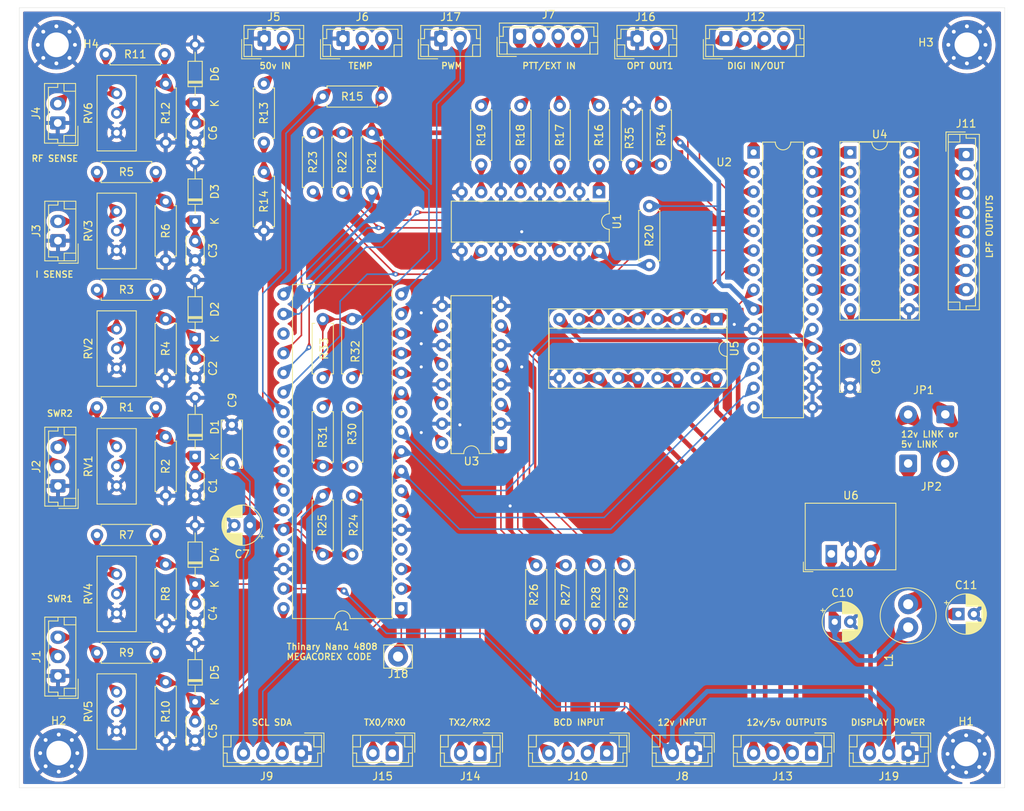
<source format=kicad_pcb>
(kicad_pcb (version 20240108) (generator "pcbnew") (generator_version "8.0")
  (layers (0 "F.Cu" signal "Front") (1 "In1.Cu" signal) (2 "In2.Cu" signal) (31 "B.Cu" signal "Back") (34 "B.Paste" user) (35 "F.Paste" user) (36 "B.SilkS" user "B.Silkscreen") (37 "F.SilkS" user "F.Silkscreen") (38 "B.Mask" user) (39 "F.Mask" user) (44 "Edge.Cuts" user))
  (net 0 "")
  (net 1 "Net-(A1-RXD0)")
  (net 2 "Net-(A1-UDPI)")
  (net 3 "/A11")
  (net 4 "+5V")
  (net 5 "/A24")
  (net 6 "/A5")
  (net 7 "/SDA")
  (net 9 "/D15")
  (net 10 "/A6")
  (net 11 "/A26")
  (net 12 "/A7")
  (net 13 "Net-(A1-TXD0)")
  (net 15 "/D23")
  (net 16 "/D12")
  (net 17 "/D9")
  (net 18 "/A2")
  (net 19 "VCC")
  (net 20 "/D10")
  (net 21 "/A4")
  (net 22 "/D8")
  (net 23 "/D13")
  (net 24 "Net-(A1-TXD2)")
  (net 25 "/D11")
  (net 26 "GND")
  (net 28 "/D14")
  (net 29 "/SCL")
  (net 30 "/D6")
  (net 31 "Net-(A1-RXD2)")
  (net 32 "/PWM")
  (net 33 "/D7")
  (net 34 "VD")
  (net 35 "/REV1")
  (net 36 "/FWD1")
  (net 37 "/FWD2")
  (net 38 "/REV2")
  (net 39 "/currrent")
  (net 40 "/RF_LEVEL")
  (net 41 "/50V_IN")
  (net 42 "Net-(J7-Pin_1)")
  (net 43 "Net-(J7-Pin_3)")
  (net 44 "Net-(J7-Pin_2)")
  (net 45 "Net-(J7-Pin_4)")
  (net 46 "Net-(J10-Pin_2)")
  (net 47 "Net-(J10-Pin_4)")
  (net 48 "Net-(J10-Pin_1)")
  (net 49 "Net-(J10-Pin_3)")
  (net 50 "Net-(J11-Pin_4)")
  (net 51 "Net-(J11-Pin_2)")
  (net 52 "Net-(J11-Pin_6)")
  (net 53 "Net-(J11-Pin_5)")
  (net 54 "Net-(J11-Pin_7)")
  (net 55 "Net-(J11-Pin_1)")
  (net 56 "Net-(J11-Pin_3)")
  (net 57 "Net-(J11-Pin_8)")
  (net 58 "Net-(J12-Pin_1)")
  (net 59 "Net-(J12-Pin_3)")
  (net 60 "Net-(J12-Pin_4)")
  (net 61 "Net-(J12-Pin_2)")
  (net 62 "Net-(J13-Pin_2)")
  (net 63 "Net-(J13-Pin_4)")
  (net 64 "Net-(J13-Pin_3)")
  (net 65 "Net-(J13-Pin_1)")
  (net 66 "Net-(J16-Pin_2)")
  (net 67 "+5F")
  (net 68 "VPP")
  (net 69 "Net-(R16-Pad2)")
  (net 70 "Net-(R17-Pad2)")
  (net 71 "Net-(R18-Pad2)")
  (net 72 "Net-(R19-Pad2)")
  (net 73 "Net-(R26-Pad2)")
  (net 74 "Net-(R27-Pad2)")
  (net 75 "Net-(R28-Pad2)")
  (net 76 "Net-(R29-Pad2)")
  (net 77 "Net-(U2-GPA5)")
  (net 78 "Net-(U2-GPB7)")
  (net 79 "Net-(U2-GPB5)")
  (net 80 "Net-(U2-GPA6)")
  (net 82 "Net-(U2-GPA3)")
  (net 84 "Net-(U2-GPA0)")
  (net 86 "Net-(U2-GPA2)")
  (net 87 "Net-(U2-GPA7)")
  (net 88 "Net-(U2-GPB6)")
  (net 89 "Net-(U2-GPA4)")
  (net 90 "Net-(U2-GPB4)")
  (net 91 "Net-(U2-GPA1)")
  (footprint "Package_DIP:DIP-18_W7.62mm_Socket" (layer "F.Cu") (at 162.7 83.82 -90)
    (property "Reference" "U5")
    (property "Value" "MIC2981/82YN")
  )
  (footprint "Potentiometer_THT:Potentiometer_Bourns_3296W_Vertical" (layer "F.Cu") (at 85.09 54.61 90)
    (property "Reference" "RV6")
    (property "Value" "R_Potentiometer")
  )
  (footprint "Diode_THT:D_DO-34_SOD68_P7.62mm_Horizontal" (layer "F.Cu") (at 95.25 55.885 90)
    (property "Reference" "D6")
    (property "Value" "D_Zener")
  )
  (footprint "Resistor_THT:R_Axial_DIN0207_L6.3mm_D2.5mm_P7.62mm_Horizontal" (layer "F.Cu") (at 147.5 56.19 -90)
    (property "Reference" "R16")
    (property "Value" "R")
  )
  (footprint "Connector_JST:JST_EH_B3B-EH-A_1x03_P2.50mm_Vertical" (layer "F.Cu") (at 114.38 47.5)
    (property "Reference" "J6")
    (property "Value" "Temp")
  )
  (footprint "Capacitor_THT:C_Disc_D3.4mm_W2.1mm_P2.50mm" (layer "F.Cu") (at 95.25 58.46 -90)
    (property "Reference" "C6")
    (property "Value" "1nf")
  )
  (footprint "Capacitor_THT:CP_Radial_D5.0mm_P2.00mm" (layer "F.Cu") (at 194 122)
    (property "Reference" "C11")
    (property "Value" "10uf")
  )
  (footprint "Resistor_THT:R_Axial_DIN0207_L6.3mm_D2.5mm_P7.62mm_Horizontal" (layer "F.Cu") (at 82.55 64.77)
    (property "Reference" "R5")
    (property "Value" "R")
  )
  (footprint "Capacitor_THT:C_Disc_D6.0mm_W2.5mm_P5.00mm" (layer "F.Cu") (at 100 102.5 90)
    (property "Reference" "C9")
    (property "Value" "100nf")
  )
  (footprint "Diode_THT:D_DO-34_SOD68_P7.62mm_Horizontal" (layer "F.Cu") (at 95.25 86.36 90)
    (property "Reference" "D2")
    (property "Value" "D_Zener")
  )
  (footprint "Connector_JST:JST_EH_B2B-EH-A_1x02_P2.50mm_Vertical" (layer "F.Cu") (at 77.47 58.42 90)
    (property "Reference" "J4")
    (property "Value" "RF In Level")
  )
  (footprint "Connector_JST:JST_EH_B2B-EH-A_1x02_P2.50mm_Vertical" (layer "F.Cu") (at 132.1 140 180)
    (property "Reference" "J14")
    (property "Value" "TX2/RX2")
  )
  (footprint "Resistor_THT:R_Axial_DIN0207_L6.3mm_D2.5mm_P7.62mm_Horizontal" (layer "F.Cu") (at 91.44 115.57 -90)
    (property "Reference" "R8")
    (property "Value" "R")
  )
  (footprint "Connector_JST:JST_EH_B3B-EH-A_1x03_P2.50mm_Vertical" (layer "F.Cu") (at 77.5 105.41 90)
    (property "Reference" "J2")
    (property "Value" "SWR2")
  )
  (footprint "Capacitor_THT:C_Disc_D3.4mm_W2.1mm_P2.50mm" (layer "F.Cu") (at 95.25 73.7 -90)
    (property "Reference" "C3")
    (property "Value" "1nf")
  )
  (footprint "Connector_JST:JST_EH_B2B-EH-A_1x02_P2.50mm_Vertical" (layer "F.Cu") (at 127.04 47.5)
    (property "Reference" "J17")
    (property "Value" "Conn_01x02_Pin")
  )
  (footprint "MountingHole:MountingHole_3.2mm_M3_Pad_Via" (layer "F.Cu") (at 195 140.1)
    (property "Reference" "H1")
    (property "Value" "MountingHole_Pad")
  )
  (footprint "Diode_THT:D_DO-34_SOD68_P7.62mm_Horizontal" (layer "F.Cu") (at 95.25 101.605 90)
    (property "Reference" "D1")
    (property "Value" "D_Zener")
  )
  (footprint "Connector_JST:JST_EH_B4B-EH-A_1x04_P2.50mm_Vertical" (layer "F.Cu") (at 137.22 47.2)
    (property "Reference" "J7")
    (property "Value" "Ext. In")
  )
  (footprint "Converter_DCDC:Converter_DCDC_RECOM_R-78E-0.5_THT" (layer "F.Cu") (at 177.553 114.2075)
    (property "Reference" "U6")
    (property "Value" "R-78E5.0-1.0")
  )
  (footprint "Resistor_THT:R_Axial_DIN0207_L6.3mm_D2.5mm_P7.62mm_Horizontal" (layer "F.Cu") (at 115.57 95.25 -90)
    (property "Reference" "R30")
    (property "Value" "R")
  )
  (footprint "Package_DIP:DIP-18_W7.62mm_Socket" (layer "F.Cu") (at 180 62.23)
    (property "Reference" "U4")
    (property "Value" "MIC2981/82YN")
  )
  (footprint "Resistor_THT:R_Axial_DIN0207_L6.3mm_D2.5mm_P7.62mm_Horizontal" (layer "F.Cu") (at 132.26 56.19 -90)
    (property "Reference" "R19" (hide yes))
    (property "Value" "R")
  )
  (footprint "Diode_THT:D_DO-34_SOD68_P7.62mm_Horizontal" (layer "F.Cu") (at 95.25 71.12 90)
    (property "Reference" "D3")
    (property "Value" "D_Zener")
  )
  (footprint "Connector_JST:JST_EH_B3B-EH-A_1x03_P2.50mm_Vertical" (layer "F.Cu") (at 187.5 140 180)
    (property "Reference" "J19")
    (property "Value" "DISPLAY POWER")
  )
  (footprint "Resistor_THT:R_Axial_DIN0207_L6.3mm_D2.5mm_P7.62mm_Horizontal" (layer "F.Cu") (at 154 76.81 90)
    (property "Reference" "R20")
    (property "Value" "R")
  )
  (footprint "Connector_JST:JST_EH_B4B-EH-A_1x04_P2.50mm_Vertical" (layer "F.Cu") (at 175 140 180)
    (property "Reference" "J13")
    (property "Value" "12v/5v Outputs")
  )
  (footprint "Connector_JST:JST_EH_B4B-EH-A_1x04_P2.50mm_Vertical" (layer "F.Cu") (at 109 140 180)
    (property "Reference" "J9")
    (property "Value" "I2c Output")
  )
  (footprint "Connector_Pin:Pin_D1.3mm_L10.0mm_W3.5mm_Flat" (layer "F.Cu") (at 121.5 127.5)
    (property "Reference" "J18")
    (property "Value" "UPDI")
  )
  (footprint "Resistor_THT:R_Axial_DIN0207_L6.3mm_D2.5mm_P7.62mm_Horizontal" (layer "F.Cu") (at 111.76 95.25 -90)
    (property "Reference" "R31")
    (property "Value" "R")
  )
  (footprint "Resistor_THT:R_Axial_DIN0207_L6.3mm_D2.5mm_P7.62mm_Horizontal" (layer "F.Cu") (at 104.14 64.77 -90)
    (property "Reference" "R14")
    (property "Value" "R")
  )
  (footprint "Resistor_THT:R_Axial_DIN0207_L6.3mm_D2.5mm_P7.62mm_Horizontal" (layer "F.Cu") (at 83.69 49.53)
    (property "Reference" "R11")
    (property "Value" "R")
  )
  (footprint "Resistor_THT:R_Axial_DIN0207_L6.3mm_D2.5mm_P7.62mm_Horizontal" (layer "F.Cu") (at 118.11 67.31 90)
    (property "Reference" "R21")
    (property "Value" "R")
  )
  (footprint "Resistor_THT:R_Axial_DIN0207_L6.3mm_D2.5mm_P7.62mm_Horizontal" (layer "F.Cu") (at 91.44 130.81 -90)
    (property "Reference" "R10")
    (property "Value" "R")
  )
  (footprint "Resistor_THT:R_Axial_DIN0207_L6.3mm_D2.5mm_P7.62mm_Horizontal" (layer "F.Cu") (at 147 123.31 90)
    (property "Reference" "R28")
    (property "Value" "R")
  )
  (footprint "Connector_JST:JST_EH_B2B-EH-A_1x02_P2.50mm_Vertical" (layer "F.Cu") (at 152.44 47.5)
    (property "Reference" "J16")
    (property "Value" "50v In.")
  )
  (footprint "Resistor_THT:R_Axial_DIN0207_L6.3mm_D2.5mm_P7.62mm_Horizontal" (layer "F.Cu") (at 111.76 55)
    (property "Reference" "R15")
    (property "Value" "R")
  )
  (footprint "Connector_JST:JST_EH_B2B-EH-A_1x02_P2.50mm_Vertical" (layer "F.Cu") (at 159.5 140 180)
    (property "Reference" "J8")
    (property "Value" "12v Input")
  )
  (footprint "Diode_THT:D_DO-34_SOD68_P7.62mm_Horizontal" (layer "F.Cu") (at 95.25 118.115 90)
    (property "Reference" "D4")
    (property "Value" "D_Zener")
  )
  (footprint "Capacitor_THT:C_Disc_D3.4mm_W2.1mm_P2.50mm" (layer "F.Cu") (at 95.25 120.65 -90)
    (property "Reference" "C4")
    (property "Value" "1nf")
  )
  (footprint "Potentiometer_THT:Potentiometer_Bourns_3296W_Vertical" (layer "F.Cu") (at 85.09 69.85 90)
    (property "Reference" "RV3")
    (property "Value" "R_Potentiometer")
  )
  (footprint "Connector_JST:JST_EH_B8B-EH-A_1x08_P2.50mm_Vertical" (layer "F.Cu") (at 195 62.5 -90)
    (property "Reference" "J11")
    (property "Value" "LPF")
  )
  (footprint "Package_DIP:DIP-16_W7.62mm" (layer "F.Cu") (at 147.5 67.38 -90)
    (property "Reference" "U1")
    (property "Value" "LTV-847")
  )
  (footprint "Resistor_THT:R_Axial_DIN0207_L6.3mm_D2.5mm_P7.62mm_Horizontal" (layer "F.Cu") (at 104.14 53.34 -90)
    (property "Reference" "R13")
    (property "Value" "R")
  )
  (footprint "Resistor_THT:R_Axial_DIN0207_L6.3mm_D2.5mm_P7.62mm_Horizontal" (layer "F.Cu") (at 91.44 83.82 -90)
    (property "Reference" "R4")
    (property "Value" "R")
  )
  (footprint "Resistor_THT:R_Axial_DIN0207_L6.3mm_D2.5mm_P7.62mm_Horizontal" (layer "F.Cu") (at 139.38 123.31 90)
    (property "Reference" "R26")
    (property "Value" "R")
  )
  (footprint "Potentiometer_THT:Potentiometer_Bourns_3296W_Vertical" (layer "F.Cu") (at 85.09 85.09 90)
    (property "Reference" "RV2")
    (property "Value" "R_Potentiometer")
  )
  (footprint "Capacitor_THT:C_Disc_D3.4mm_W2.1mm_P2.50mm" (layer "F.Cu") (at 95.25 135.89 -90)
    (property "Reference" "C5")
    (property "Value" "1nf")
  )
  (footprint "Connector_JST:JST_EH_B2B-EH-A_1x02_P2.50mm_Vertical" (layer "F.Cu") (at 120.75 140 180)
    (property "Reference" "J15")
    (property "Value" "TX0/RX0")
  )
  (footprint "MountingHole:MountingHole_3.2mm_M3_Pad_Via" (layer "F.Cu") (at 77.6 140)
    (property "Reference" "H2")
    (property "Value" "MountingHole_Pad")
  )
  (footprint "Resistor_THT:R_Axial_DIN0207_L6.3mm_D2.5mm_P7.62mm_Horizontal" (layer "F.Cu") (at 82.55 80.01)
    (property "Reference" "R3")
    (property "Value" "R")
  )
  (footprint "Connector_JST:JST_EH_B4B-EH-A_1x04_P2.50mm_Vertical" (layer "F.Cu") (at 163.91 47.5)
    (property "Reference" "J12")
    (property "Value" "Digi In/Out")
  )
  (footprint "Capacitor_THT:C_Disc_D3.4mm_W2.1mm_P2.50mm" (layer "F.Cu") (at 95.25 104.14 -90)
    (property "Reference" "C1")
    (property "Value" "1nf")
  )
  (footprint "Connector_JST:JST_EH_B2B-EH-A_1x02_P2.50mm_Vertical" (layer "F.Cu") (at 104.18 47.5)
    (property "Reference" "J5")
    (property "Value" "50v In.")
  )
  (footprint "MountingHole:MountingHole_3.2mm_M3_Pad_Via" (layer "F.Cu") (at 195.1 48.302944)
    (property "Reference" "H3")
    (property "Value" "MountingHole_Pad")
  )
  (footprint "Resistor_THT:R_Axial_DIN0207_L6.3mm_D2.5mm_P7.62mm_Horizontal" (layer "F.Cu") (at 114.3 67.31 90)
    (property "Reference" "R22")
    (property "Value" "R")
  )
  (footprint "Resistor_THT:R_Axial_DIN0207_L6.3mm_D2.5mm_P7.62mm_Horizontal" (layer "F.Cu") (at 91.44 99.06 -90)
    (property "Reference" "R2")
    (property "Value" "R")
  )
  (footprint "Resistor_THT:R_Axial_DIN0207_L6.3mm_D2.5mm_P7.62mm_Horizontal" (layer "F.Cu") (at 155.5 56.19 -90)
    (property "Reference" "R34")
    (property "Value" "R")
  )
  (footprint "Resistor_THT:R_Axial_DIN0207_L6.3mm_D2.5mm_P7.62mm_Horizontal" (layer "F.Cu") (at 111.76 91.44 90)
    (property "Reference" "R33")
    (property "Value" "R")
  )
  (footprint "Resistor_THT:R_Axial_DIN0207_L6.3mm_D2.5mm_P7.62mm_Horizontal" (layer "F.Cu") (at 91.44 68.58 -90)
    (property "Reference" "R6")
    (property "Value" "R")
  )
  (footprint "Resistor_THT:R_Axial_DIN0207_L6.3mm_D2.5mm_P7.62mm_Horizontal" (layer "F.Cu") (at 137.34 56.19 -90)
    (property "Reference" "R18")
    (property "Value" "R")
  )
  (footprint "Potentiometer_THT:Potentiometer_Bourns_3296W_Vertical" (layer "F.Cu") (at 85.09 116.84 90)
    (property "Reference" "RV4")
    (property "Value" "R_Potentiometer")
  )
  (footprint "Resistor_THT:R_Axial_DIN0207_L6.3mm_D2.5mm_P7.62mm_Horizontal" (layer "F.Cu") (at 110.49 67.31 90)
    (property "Reference" "R23")
    (property "Value" "R")
  )
  (footprint "Resistor_THT:R_Axial_DIN0207_L6.3mm_D2.5mm_P7.62mm_Horizontal" (layer "F.Cu") (at 82.55 95.25)
    (property "Reference" "R1")
    (property "Value" "R")
  )
  (footprint "Resistor_THT:R_Axial_DIN0207_L6.3mm_D2.5mm_P7.62mm_Horizontal" (layer "F.Cu") (at 91.44 53.34 -90)
    (property "Reference" "R12")
    (property "Value" "R")
  )
  (footprint "Connector_JST:JST_EH_B3B-EH-A_1x03_P2.50mm_Vertical" (layer "F.Cu") (at 77.5 130 90)
    (property "Reference" "J1")
    (property "Value" "SWR1")
  )
  (footprint "Diode_THT:D_DO-34_SOD68_P7.62mm_Horizontal" (layer "F.Cu") (at 95.25 133.35 90)
    (property "Reference" "D5")
    (property "Value" "D_Zener")
  )
  (footprint "Resistor_THT:R_Axial_DIN0207_L6.3mm_D2.5mm_P7.62mm_Horizontal" (layer "F.Cu") (at 143.19 123.31 90)
    (property "Reference" "R27")
    (property "Value" "R")
  )
  (footprint "Resistor_THT:R_Axial_DIN0207_L6.3mm_D2.5mm_P7.62mm_Horizontal" (layer "F.Cu") (at 82.55 127)
    (property "Reference" "R9")
    (property "Value" "R")
  )
  (footprint "Package_DIP:DIP-16_W7.62mm" (layer "F.Cu") (at 134.81 99.89 180)
    (property "Reference" "U3")
    (property "Value" "LTV-847")
  )
  (footprint "Resistor_THT:R_Axial_DIN0207_L6.3mm_D2.5mm_P7.62mm_Horizontal" (layer "F.Cu") (at 150.81 123.31 90)
    (property "Reference" "R29")
    (property "Value" "R")
  )
  (footprint "Package_DIP:DIP-34_W15.24mm" (layer "F.Cu") (at 121.92 121.25 180)
    (property "Reference" "A1")
    (property "Value" "Arduino_Nano_Every-4808")
  )
  (footprint "Resistor_THT:R_Axial_DIN0207_L6.3mm_D2.5mm_P7.62mm_Horizontal" (layer "F.Cu") (at 115.57 114.3 90)
    (property "Reference" "R24")
    (property "Value" "R")
  )
  (footprint "Resistor_THT:R_Axial_DIN0207_L6.3mm_D2.5mm_P7.62mm_Horizontal" (layer "F.Cu") (at 82.55 111.76)
    (property "Reference" "R7")
    (property "Value" "R")
  )
  (footprint "Connector_JST:JST_EH_B2B-EH-A_1x02_P2.50mm_Vertical" (layer "F.Cu") (at 77.5 73.66 90)
    (property "Reference" "J3")
    (property "Value" "I detect")
  )
  (footprint "Connector_JST:JST_EH_B4B-EH-A_1x04_P2.50mm_Vertical" (layer "F.Cu") (at 148.5 140 180)
    (property "Reference" "J10")
    (property "Value" "BCD Input")
  )
  (footprint "Resistor_THT:R_Axial_DIN0207_L6.3mm_D2.5mm_P7.62mm_Horizontal" (layer "F.Cu") (at 151.75 63.81 90)
    (property "Reference" "R35")
    (property "Value" "R")
  )
  (footprint "Resistor_THT:R_Axial_DIN0207_L6.3mm_D2.5mm_P7.62mm_Horizontal" (layer "F.Cu") (at 115.57 91.44 90)
    (property "Reference" "R32")
    (property "Value" "R")
  )
  (footprint "Capacitor_THT:C_Disc_D6.0mm_W2.5mm_P5.00mm" (layer "F.Cu") (at 180 92.67 90)
    (property "Reference" "C8")
    (property "Value" "100nf")
  )
  (footprint "Connector_Wire:SolderWire-0.5sqmm_1x02_P4.8mm_D0.9mm_OD2.3mm" (layer "F.Cu") (at 187.5 102.5)
    (property "Reference" "JP2")
    (property "Value" "Jumper_2_Open")
  )
  (footprint "Connector_Wire:SolderWire-0.5sqmm_1x02_P4.8mm_D0.9mm_OD2.3mm" (layer "F.Cu") (at 192.3 96.15 180)
    (property "Reference" "JP1")
    (property "Value" "Jumper_2_Open")
  )
  (footprint "Capacitor_THT:CP_Radial_D5.0mm_P2.00mm" (layer "F.Cu") (at 178 123)
    (property "Reference" "C10")
    (property "Value" "2.2uf")
  )
  (footprint "Capacitor_THT:C_Disc_D3.4mm_W2.1mm_P2.50mm" (layer "F.Cu") (at 95.25 88.94 -90)
    (property "Reference" "C2")
    (property "Value" "1nf")
  )
  (footprint "Capacitor_THT:CP_Radial_D5.0mm_P2.00mm" (layer "F.Cu") (at 102.33 110.49 180)
    (property "Reference" "C7")
    (property "Value" "10uf")
  )
  (footprint "Inductor_THT:L_Radial_D7.0mm_P3.00mm" (layer "F.Cu") (at 187.5 123.7225 90)
    (property "Reference" "L1")
    (property "Value" "L")
  )
  (footprint "Potentiometer_THT:Potentiometer_Bourns_3296W_Vertical" (layer "F.Cu") (at 85.09 100.33 90)
    (property "Reference" "RV1")
    (property "Value" "R_Potentiometer")
  )
  (footprint "Resistor_THT:R_Axial_DIN0207_L6.3mm_D2.5mm_P7.62mm_Horizontal" (layer "F.Cu") (at 142.42 56.19 -90)
    (property "Reference" "R17")
    (property "Value" "R")
  )
  (footprint "Resistor_THT:R_Axial_DIN0207_L6.3mm_D2.5mm_P7.62mm_Horizontal" (layer "F.Cu") (at 111.76 114.3 90)
    (property "Reference" "R25")
    (property "Value" "R")
  )
  (footprint "MountingHole:MountingHole_3.2mm_M3_Pad_Via" (layer "F.Cu") (at 77.297056 48.302944)
    (property "Reference" "H4")
    (property "Value" "MountingHole_Pad")
  )
  (footprint "Potentiometer_THT:Potentiometer_Bourns_3296W_Vertical" (layer "F.Cu") (at 85.09 132.08 90)
    (property "Reference" "RV5")
    (property "Value" "R_Potentiometer")
  )
  (footprint "Package_DIP:DIP-28_W7.62mm" (layer "F.Cu") (at 167.5 62.23)
    (property "Reference" "U2")
    (property "Value" "MCP23017_SP")
  )
  (gr_line (start 72.5 43.5) (end 72.5 144.5) (stroke (width 0.0381)) (layer "Edge.Cuts"))
  (gr_line (start 200 144.5) (end 200 43.5) (stroke (width 0.0381)) (layer "Edge.Cuts"))
  (gr_line (start 200 43.5) (end 72.5 43.5) (stroke (width 0.0381)) (layer "Edge.Cuts"))
  (gr_line (start 72.5 144.5) (end 200 144.5) (stroke (width 0.0381)) (layer "Edge.Cuts"))
  (gr_text "R19" (at 132.26 60 90) (layer "F.SilkS") (effects (font (size 1 1))))
  (gr_text "PWM" (at 127 51.5 0) (layer "F.SilkS") (effects (font (size 0.8128 0.8128) (thickness 0.1524) (bold yes)) (justify left bottom)))
  (gr_text "DISPLAY POWER" (at 180 136.5 0) (layer "F.SilkS") (effects (font (size 0.8128 0.8128) (thickness 0.1524) (bold yes)) (justify left bottom)))
  (gr_text "DIGI IN/OUT" (at 164 51.5 0) (layer "F.SilkS") (effects (font (size 0.8128 0.8128) (thickness 0.1524) (bold yes)) (justify left bottom)))
  (gr_text "BCD INPUT" (at 141.5 136.5 0) (layer "F.SilkS") (effects (font (size 0.8128 0.8128) (thickness 0.1524) (bold yes)) (justify left bottom)))
  (gr_text "SWR1" (at 76 120.5 0) (layer "F.SilkS") (effects (font (size 0.8128 0.8128) (thickness 0.1524) (bold yes)) (justify left bottom)))
  (gr_text "OPT OUT1" (at 151 51.5 0) (layer "F.SilkS") (effects (font (size 0.8128 0.8128) (thickness 0.1524) (bold yes)) (justify left bottom)))
  (gr_text "TX0/RX0" (at 117 136.5 0) (layer "F.SilkS") (effects (font (size 0.8128 0.8128) (thickness 0.1524) (bold yes)) (justify left bottom)))
  (gr_text "12v/5v OUTPUTS" (at 166.5 136.5 0) (layer "F.SilkS") (effects (font (size 0.8128 0.8128) (thickness 0.1524) (bold yes)) (justify left bottom)))
  (gr_text "TEMP" (at 115 51.5 0) (layer "F.SilkS") (effects (font (size 0.8128 0.8128) (thickness 0.1524) (bold yes)) (justify left bottom)))
  (gr_text "LPF OUTPUTS" (at 198.5 76 90) (layer "F.SilkS") (effects (font (size 0.8128 0.8128) (thickness 0.1524) (bold yes)) (justify left bottom)))
  (gr_text "PTT/EXT IN" (at 137.5 51.5 0) (layer "F.SilkS") (effects (font (size 0.8128 0.8128) (thickness 0.1524) (bold yes)) (justify left bottom)))
  (gr_text "SCL SDA" (at 102.5 136.5 0) (layer "F.SilkS") (effects (font (size 0.8128 0.8128) (thickness 0.1524) (bold yes)) (justify left bottom)))
  (gr_text "TX2/RX2" (at 128 136.5 0) (layer "F.SilkS") (effects (font (size 0.8128 0.8128) (thickness 0.1524) (bold yes)) (justify left bottom)))
  (gr_text "Thinary Nano 4808\nMEGACOREX CODE" (at 107 128 0) (layer "F.SilkS") (effects (font (size 0.8128 0.8128) (thickness 0.1524) (bold yes)) (justify left bottom)))
  (gr_text "12v LINK or\n5v LINK" (at 186.5 100.5 0) (layer "F.SilkS") (effects (font (size 0.8128 0.8128) (thickness 0.1524) (bold yes)) (justify left bottom)))
  (gr_text "RF SENSE" (at 74 63.5 0) (layer "F.SilkS") (effects (font (size 0.8128 0.8128) (thickness 0.1524) (bold yes)) (justify left bottom)))
  (gr_text "I SENSE" (at 74.5 78.5 0) (layer "F.SilkS") (effects (font (size 0.8128 0.8128) (thickness 0.1524) (bold yes)) (justify left bottom)))
  (gr_text "SWR2" (at 76 96.5 0) (layer "F.SilkS") (effects (font (size 0.8128 0.8128) (thickness 0.1524) (bold yes)) (justify left bottom)))
  (gr_text "50v IN" (at 103.5 51.5 0) (layer "F.SilkS") (effects (font (size 0.8128 0.8128) (thickness 0.1524) (bold yes)) (justify left bottom)))
  (gr_text "12v INPUT" (at 155 136.5 0) (layer "F.SilkS") (effects (font (size 0.8128 0.8128) (thickness 0.1524) (bold yes)) (justify left bottom)))
  (segment (start 121.92 116.17) (end 124.67 116.17) (width 0.2) (layer "F.Cu") (net 1))
  (segment (start 124.67 116.17) (end 127 118.5) (width 0.2) (layer "F.Cu") (net 1))
  (segment (start 127 132) (end 120.75 138.25) (width 0.2) (layer "F.Cu") (net 1))
  (segment (start 120.75 138.25) (end 120.75 140) (width 0.2) (layer "F.Cu") (net 1))
  (segment (start 127 118.5) (end 127 132) (width 0.2) (layer "F.Cu") (net 1))
  (segment (start 121.92 127.08) (end 121.5 127.5) (width 0.2) (layer "F.Cu") (net 2))
  (segment (start 121.92 121.25) (end 121.92 127.08) (width 0.2) (layer "F.Cu") (net 2))
  (segment (start 109 85.91) (end 106.68 88.23) (width 0.2) (layer "F.Cu") (net 3))
  (segment (start 109 69.63) (end 109 85.91) (width 0.2) (layer "F.Cu") (net 3))
  (segment (start 104.14 64.77) (end 109 69.63) (width 0.2) (layer "F.Cu") (net 3))
  (segment (start 104.14 60.96) (end 104.14 64.77) (width 0.2) (layer "F.Cu") (net 3))
  (segment (start 106.68 111.09) (end 109 108.77) (width 0.2) (layer "F.Cu") (net 4))
  (segment (start 110.13 102.87) (end 111.76 102.87) (width 0.2) (layer "F.Cu") (net 4))
  (segment (start 180 87.67) (end 175.16 87.67) (width 0.2) (layer "F.Cu") (net 4))
  (segment (start 109 104) (end 110.13 102.87) (width 0.2) (layer "F.Cu") (net 4))
  (segment (start 111.76 83.82) (end 111.76 89.24) (width 0.2) (layer "F.Cu") (net 4))
  (segment (start 119.38 55) (end 119.38 55.62) (width 0.2) (layer "F.Cu") (net 4))
  (segment (start 156.69 59.69) (end 158 61) (width 0.6) (layer "F.Cu") (net 4))
  (segment (start 118.11 59.69) (end 156.69 59.69) (width 0.6) (layer "F.Cu") (net 4))
  (segment (start 115.57 83.82) (end 111.76 83.82) (width 0.2) (layer "F.Cu") (net 4))
  (segment (start 110.49 59.69) (end 114.3 59.69) (width 0.2) (layer "F.Cu") (net 4))
  (segment (start 111.76 89.24) (end 109 92) (width 0.2) (layer "F.Cu") (net 4))
  (segment (start 109 108.77) (end 109 104) (width 0.2) (layer "F.Cu") (net 4))
  (segment (start 106.08 110.49) (end 106.68 111.09) (width 0.2) (layer "F.Cu") (net 4))
  (segment (start 118.11 56.89) (end 118.11 59.69) (width 0.2) (layer "F.Cu") (net 4))
  (segment (start 110 102) (end 110.89 102) (width 0.2) (layer "F.Cu") (net 4))
  (segment (start 106.68 111.09) (end 108.55 111.09) (width 0.2) (layer "F.Cu") (net 4))
  (segment (start 119.38 55.62) (end 118.11 56.89) (width 0.2) (layer "F.Cu") (net 4))
  (segment (start 167.5 82.55) (end 170.04 82.55) (width 0.6) (layer "F.Cu") (net 4))
  (segment (start 111.76 114.3) (end 115.57 114.3) (width 0.2) (layer "F.Cu") (net 4))
  (segment (start 109 101) (end 110 102) (width 0.2) (layer "F.Cu") (net 4))
  (segment (start 110.89 102) (end 111.76 102.87) (width 0.2) (layer "F.Cu") (net 4))
  (segment (start 114.3 59.69) (end 118.11 59.69) (width 0.2) (layer "F.Cu") (net 4))
  (segment (start 119.38 47.5) (end 119.38 55) (width 0.2) (layer "F.Cu") (net 4))
  (segment (start 170.04 82.55) (end 175.12 87.63) (width 0.6) (layer "F.Cu") (net 4))
  (segment (start 108.55 111.09) (end 111.76 114.3) (width 0.2) (layer "F.Cu") (net 4))
  (segment (start 109 92) (end 109 101) (width 0.2) (layer "F.Cu") (net 4))
  (segment (start 111.76 102.87) (end 115.57 102.87) (width 0.2) (layer "F.Cu") (net 4))
  (segment (start 102.33 110.49) (end 106.08 110.49) (width 0.2) (layer "F.Cu") (net 4))
  (segment (start 175.16 87.67) (end 175.12 87.63) (width 0.2) (layer "F.Cu") (net 4))
  (via (at 158 61) (size 0.9) (drill 0.4) (layers "F.Cu" "B.Cu") (net 4))
  (segment (start 162.81 69.19) (end 163 69) (width 0.2) (layer "B.Cu") (net 4))
  (segment (start 102.33 110.49) (end 102.33 104.83) (width 0.2) (layer "B.Cu") (net 4))
  (segment (start 125.5 67.08) (end 125.5 75) (width 0.2) (layer "B.Cu") (net 4))
  (segment (start 101.5 140) (end 101.5 115) (width 0.2) (layer "B.Cu") (net 4))
  (segment (start 102.33 114.17) (end 102.33 110.49) (width 0.2) (layer "B.Cu") (net 4))
  (segment (start 163.5 79.5) (end 163 79) (width 0.6) (layer "B.Cu") (net 4))
  (segment (start 163 69) (end 163 66) (width 0.6) (layer "B.Cu") (net 4))
  (segment (start 102.33 104.83) (end 100 102.5) (width 0.2) (layer "B.Cu") (net 4))
  (segment (start 163 79) (end 163 69) (width 0.6) (layer "B.Cu") (net 4))
  (segment (start 116.68 83.82) (end 115.57 83.82) (width 0.2) (layer "B.Cu") (net 4))
  (segment (start 101.5 115) (end 102.33 114.17) (width 0.2) (layer "B.Cu") (net 4))
  (segment (start 163 66) (end 158 61) (width 0.6) (layer "B.Cu") (net 4))
  (segment (start 167.5 82.55) (end 164.45 79.5) (width 0.6) (layer "B.Cu") (net 4))
  (segment (start 118.11 59.69) (end 125.5 67.08) (width 0.2) (layer "B.Cu") (net 4))
  (segment (start 154 69.19) (end 162.81 69.19) (width 0.2) (layer "B.Cu") (net 4))
  (segment (start 125.5 75) (end 116.68 83.82) (width 0.2) (layer "B.Cu") (net 4))
  (segment (start 164.45 79.5) (end 163.5 79.5) (width 0.6) (layer "B.Cu") (net 4))
  (segment (start 99.15 133.35) (end 95.25 133.35) (width 0.2) (layer "F.Cu") (net 5))
  (segment (start 92.71 130.81) (end 95.25 133.35) (width 0.2) (layer "F.Cu") (net 5))
  (segment (start 90.17 127) (end 90.17 129.54) (width 0.2) (layer "F.Cu") (net 5))
  (segment (start 106.68 121.25) (end 106.68 125.82) (width 0.2) (layer "F.Cu") (net 5))
  (segment (start 91.44 130.81) (end 88.9 130.81) (width 0.2) (layer "F.Cu") (net 5))
  (segment (start 106.68 125.82) (end 99.15 133.35) (width 0.2) (layer "F.Cu") (net 5))
  (segment (start 91.44 130.81) (end 92.71 130.81) (width 0.2) (layer "F.Cu") (net 5))
  (segment (start 88.9 130.81) (end 85.09 134.62) (width 0.2) (layer "F.Cu") (net 5))
  (segment (start 90.17 129.54) (end 91.44 130.81) (width 0.2) (layer "F.Cu") (net 5))
  (segment (start 95.25 135.89) (end 95.25 133.35) (width 0.2) (layer "F.Cu") (net 5))
  (segment (start 88.9 68.58) (end 85.09 72.39) (width 0.2) (layer "F.Cu") (net 6))
  (segment (start 94.12 71.12) (end 95.25 71.12) (width 0.2) (layer "F.Cu") (net 6))
  (segment (start 91.58 68.58) (end 94.12 71.12) (width 0.2) (layer "F.Cu") (net 6))
  (segment (start 103 101) (end 105.47 103.47) (width 0.2) (layer "F.Cu") (net 6))
  (segment (start 103 81.45) (end 103 101) (width 0.2) (layer "F.Cu") (net 6))
  (segment (start 91.44 68.58) (end 88.9 68.58) (width 0.2) (layer "F.Cu") (net 6))
  (segment (start 95.25 73.7) (end 95.25 71.12) (width 0.2) (layer "F.Cu") (net 6))
  (segment (start 90.17 64.77) (end 90.17 67.31) (width 0.2) (layer "F.Cu") (net 6))
  (segment (start 91.44 68.58) (end 91.58 68.58) (width 0.2) (layer "F.Cu") (net 6))
  (segment (start 105.47 103.47) (end 106.68 103.47) (width 0.2) (layer "F.Cu") (net 6))
  (segment (start 90.17 67.31) (end 91.44 68.58) (width 0.2) (layer "F.Cu") (net 6))
  (segment (start 95.25 73.7) (end 103 81.45) (width 0.2) (layer "F.Cu") (net 6))
  (segment (start 119.39 110.5) (end 119.5 110.5) (width 0.2) (layer "F.Cu") (net 7))
  (segment (start 119.5 110.5) (end 119.5 122.5) (width 0.2) (layer "F.Cu") (net 7))
  (segment (start 115.57 106.68) (end 118.71 106.68) (width 0.2) (layer "F.Cu") (net 7))
  (segment (start 106.5 135.5) (end 106.5 140) (width 0.2) (layer "F.Cu") (net 7))
  (segment (start 118.71 106.68) (end 121.92 103.47) (width 0.2) (layer "F.Cu") (net 7))
  (segment (start 115.57 106.68) (end 119.39 110.5) (width 0.2) (layer "F.Cu") (net 7))
  (segment (start 119.5 122.5) (end 106.5 135.5) (width 0.2) (layer "F.Cu") (net 7))
  (segment (start 149 111) (end 129.45 111) (width 0.2) (layer "B.Cu") (net 7))
  (segment (start 129.45 111) (end 121.92 103.47) (width 0.2) (layer "B.Cu") (net 7))
  (segment (start 166.4 93.81) (end 166.19 93.81) (width 0.2) (layer "B.Cu") (net 7))
  (segment (start 166.19 93.81) (end 149 111) (width 0.2) (layer "B.Cu") (net 7))
  (segment (start 167.5 92.71) (end 166.4 93.81) (width 0.2) (layer "B.Cu") (net 7))
  (segment (start 121.18 78) (end 129.26 78) (width 0.2) (layer "F.Cu") (net 9))
  (segment (start 110.49 67.31) (end 121.18 78) (width 0.2) (layer "F.Cu") (net 9))
  (segment (start 129.26 78) (end 132.26 75) (width 0.2) (layer "F.Cu") (net 9))
  (via (at 121.18 78) (size 0.6) (drill 0.3) (layers "F.Cu" "B.Cu") (net 9))
  (segment (start 114 81.5) (end 117.5 78) (width 0.2) (layer "B.Cu") (net 9))
  (segment (start 114 85.99) (end 114 81.5) (width 0.2) (layer "B.Cu") (net 9))
  (segment (start 117.5 78) (end 121.18 78) (width 0.2) (layer "B.Cu") (net 9))
  (segment (start 106.68 93.31) (end 114 85.99) (width 0.2) (layer "B.Cu") (net 9))
  (segment (start 91.44 83.82) (end 88.9 83.82) (width 0.2) (layer "F.Cu") (net 10))
  (segment (start 95.25 86.36) (end 95.25 88.94) (width 0.2) (layer "F.Cu") (net 10))
  (segment (start 90.17 82.55) (end 91.44 83.82) (width 0.2) (layer "F.Cu") (net 10))
  (segment (start 92.71 83.82) (end 95.25 86.36) (width 0.2) (layer "F.Cu") (net 10))
  (segment (start 102 101.33) (end 106.68 106.01) (width 0.2) (layer "F.Cu") (net 10))
  (segment (start 88.9 83.82) (end 85.09 87.63) (width 0.2) (layer "F.Cu") (net 10))
  (segment (start 97.94 88.94) (end 102 93) (width 0.2) (layer "F.Cu") (net 10))
  (segment (start 90.17 80.01) (end 90.17 82.55) (width 0.2) (layer "F.Cu") (net 10))
  (segment (start 91.44 83.82) (end 92.71 83.82) (width 0.2) (layer "F.Cu") (net 10))
  (segment (start 102 93) (end 102 101.33) (width 0.2) (layer "F.Cu") (net 10))
  (segment (start 95.25 88.94) (end 97.94 88.94) (width 0.2) (layer "F.Cu") (net 10))
  (segment (start 91.44 115.57) (end 88.9 115.57) (width 0.2) (layer "F.Cu") (net 11))
  (segment (start 88.9 115.57) (end 85.09 119.38) (width 0.2) (layer "F.Cu") (net 11))
  (segment (start 95.25 118.115) (end 95.25 120.65) (width 0.2) (layer "F.Cu") (net 11))
  (segment (start 95.25 118.115) (end 102.195 118.115) (width 0.2) (layer "F.Cu") (net 11))
  (segment (start 92.705 115.57) (end 95.25 118.115) (width 0.2) (layer "F.Cu") (net 11))
  (segment (start 91.44 115.57) (end 92.705 115.57) (width 0.2) (layer "F.Cu") (net 11))
  (segment (start 102.195 118.115) (end 106.68 113.63) (width 0.2) (layer "F.Cu") (net 11))
  (segment (start 90.17 114.3) (end 91.44 115.57) (width 0.2) (layer "F.Cu") (net 11))
  (segment (start 90.17 111.76) (end 90.17 114.3) (width 0.2) (layer "F.Cu") (net 11))
  (segment (start 99.14 104.14) (end 103.55 108.55) (width 0.2) (layer "F.Cu") (net 12))
  (segment (start 94.105 101.605) (end 95.25 101.605) (width 0.2) (layer "F.Cu") (net 12))
  (segment (start 90.17 97.79) (end 91.44 99.06) (width 0.2) (layer "F.Cu") (net 12))
  (segment (start 91.56 99.06) (end 94.105 101.605) (width 0.2) (layer "F.Cu") (net 12))
  (segment (start 95.25 104.14) (end 99.14 104.14) (width 0.2) (layer "F.Cu") (net 12))
  (segment (start 95.25 101.605) (end 95.25 104.14) (width 0.2) (layer "F.Cu") (net 12))
  (segment (start 90.17 95.25) (end 90.17 97.79) (width 0.2) (layer "F.Cu") (net 12))
  (segment (start 103.55 108.55) (end 106.68 108.55) (width 0.2) (layer "F.Cu") (net 12))
  (segment (start 91.44 99.06) (end 91.56 99.06) (width 0.2) (layer "F.Cu") (net 12))
  (segment (start 91.44 99.06) (end 88.9 99.06) (width 0.2) (layer "F.Cu") (net 12))
  (segment (start 88.9 99.06) (end 85.09 102.87) (width 0.2) (layer "F.Cu") (net 12))
  (segment (start 125 119.5) (end 124.21 118.71) (width 0.2) (layer "F.Cu") (net 13))
  (segment (start 124.21 118.71) (end 121.92 118.71) (width 0.2) (layer "F.Cu") (net 13))
  (segment (start 118.25 140) (end 118.25 137.75) (width 0.2) (layer "F.Cu") (net 13))
  (segment (start 125 131) (end 125 119.5) (width 0.2) (layer "F.Cu") (net 13))
  (segment (start 118.25 137.75) (end 125 131) (width 0.2) (layer "F.Cu") (net 13))
  (segment (start 121.8 71) (end 118.11 67.31) (width 0.2) (layer "F.Cu") (net 15))
  (segment (start 142.42 75) (end 138.42 71) (width 0.2) (layer "F.Cu") (net 15))
  (segment (start 138.42 71) (end 121.8 71) (width 0.2) (layer "F.Cu") (net 15))
  (segment (start 106.68 80.61) (end 106.68 79.82) (width 0.2) (layer "B.Cu") (net 15))
  (segment (start 118.11 67.31) (end 118.11 69.18) (width 0.2) (layer "B.Cu") (net 15))
  (segment (start 118.11 69.18) (end 106.68 80.61) (width 0.2) (layer "B.Cu") (net 15))
  (segment (start 142.5 80) (end 147.5 75) (width 0.2) (layer "F.Cu") (net 16))
  (segment (start 125.07 80) (end 142.5 80) (width 0.2) (layer "F.Cu") (net 16))
  (segment (start 121.92 83.15) (end 125.07 80) (width 0.2) (layer "F.Cu") (net 16))
  (segment (start 154 76.81) (end 149.31 76.81) (width 0.2) (layer "B.Cu") (net 16))
  (segment (start 149.31 76.81) (end 147.5 75) (width 0.2) (layer "B.Cu") (net 16))
  (segment (start 120.23 90.77) (end 121.92 90.77) (width 0.2) (layer "F.Cu") (net 17))
  (segment (start 111.76 95.25) (end 114.01 93) (width 0.2) (layer "F.Cu") (net 17))
  (segment (start 121.92 90.77) (end 123.15 90.77) (width 0.2) (layer "F.Cu") (net 17))
  (segment (start 118 93) (end 120.23 90.77) (width 0.2) (layer "F.Cu") (net 17))
  (segment (start 123.15 90.77) (end 127.19 94.81) (width 0.2) (layer "F.Cu") (net 17))
  (segment (start 114.01 93) (end 118 93) (width 0.2) (layer "F.Cu") (net 17))
  (segment (start 116.88 49.88) (end 111.76 55) (width 0.2) (layer "F.Cu") (net 18))
  (segment (start 116.88 47.5) (end 116.88 49.88) (width 0.2) (layer "F.Cu") (net 18))
  (segment (start 107 59.76) (end 107 77.5) (width 0.2) (layer "B.Cu") (net 18))
  (segment (start 111.76 55) (end 107 59.76) (width 0.2) (layer "B.Cu") (net 18))
  (segment (start 104 93.17) (end 106.68 95.85) (width 0.2) (layer "B.Cu") (net 18))
  (segment (start 107 77.5) (end 104 80.5) (width 0.2) (layer "B.Cu") (net 18))
  (segment (start 104 80.5) (end 104 93.17) (width 0.2) (layer "B.Cu") (net 18))
  (segment (start 106.68 118.71) (end 114.21 118.71) (width 0.2) (layer "F.Cu") (net 19))
  (segment (start 195 99) (end 192.3 96.3) (width 0.6) (layer "F.Cu") (net 19))
  (segment (start 187.5 120.7225) (end 188.61125 119.61125) (width 0.6) (layer "F.Cu") (net 19))
  (segment (start 188.61125 119.61125) (end 191.11125 117.11125) (width 0.6) (layer "F.Cu") (net 19))
  (segment (start 185 139) (end 185 140) (width 0.6) (layer "F.Cu") (net 19))
  (segment (start 191 122) (end 191 133) (width 0.6) (layer "F.Cu") (net 19))
  (segment (start 191 133) (end 185 139) (width 0.6) (layer "F.Cu") (net 19))
  (segment (start 180 82.55) (end 180 83.85) (width 0.6) (layer "F.Cu") (net 19))
  (segment (start 194 122) (end 191 122) (width 0.6) (layer "F.Cu") (net 19))
  (segment (start 191 122) (end 188.61125 119.61125) (width 0.6) (layer "F.Cu") (net 19))
  (segment (start 180 83.85) (end 192.3 96.15) (width 0.6) (layer "F.Cu") (net 19))
  (segment (start 187.5 120.7225) (end 189.7225 120.7225) (width 0.6) (layer "F.Cu") (net 19))
  (segment (start 192.3 96.3) (end 192.3 96.15) (width 0.6) (layer "F.Cu") (net 19))
  (segment (start 191.11125 117.11125) (end 195 113.2225) (width 0.6) (layer "F.Cu") (net 19))
  (segment (start 114.21 118.71) (end 114.5 119) (width 0.2) (layer "F.Cu") (net 19))
  (segment (start 189.7225 120.7225) (end 191 122) (width 0.6) (layer "F.Cu") (net 19))
  (segment (start 195 113.2225) (end 195 99) (width 0.6) (layer "F.Cu") (net 19))
  (via (at 114.5 119) (size 0.9) (drill 0.4) (layers "F.Cu" "B.Cu") (net 19))
  (segment (start 185 140) (end 185 134.5) (width 0.6) (layer "B.Cu") (net 19))
  (segment (start 161.5 132) (end 157 136.5) (width 0.6) (layer "B.Cu") (net 19))
  (segment (start 157 136.5) (end 157 140) (width 0.6) (layer "B.Cu") (net 19))
  (segment (start 120 124.5) (end 132.5 124.5) (width 0.2) (layer "B.Cu") (net 19))
  (segment (start 185 134.5) (end 182.5 132) (width 0.6) (layer "B.Cu") (net 19))
  (segment (start 151 134) (end 157 140) (width 0.2) (layer "B.Cu") (net 19))
  (segment (start 114.5 119) (end 120 124.5) (width 0.2) (layer "B.Cu") (net 19))
  (segment (start 182.5 132) (end 161.5 132) (width 0.6) (layer "B.Cu") (net 19))
  (segment (start 142 134) (end 151 134) (width 0.2) (layer "B.Cu") (net 19))
  (segment (start 132.5 124.5) (end 142 134) (width 0.2) (layer "B.Cu") (net 19))
  (segment (start 125.69 88.23) (end 127.19 89.73) (width 0.2) (layer "F.Cu") (net 20))
  (segment (start 121.92 88.23) (end 125.69 88.23) (width 0.2) (layer "F.Cu") (net 20))
  (segment (start 121.92 88.23) (end 118.78 88.23) (width 0.2) (layer "F.Cu") (net 20))
  (segment (start 118.78 88.23) (end 115.57 91.44) (width 0.2) (layer "F.Cu") (net 20))
  (segment (start 93.985 55.885) (end 91.44 53.34) (width 0.2) (layer "F.Cu") (net 21))
  (segment (start 91.44 53.34) (end 88.9 53.34) (width 0.2) (layer "F.Cu") (net 21))
  (segment (start 100 71) (end 100 61) (width 0.2) (layer "F.Cu") (net 21))
  (segment (start 106.68 100.93) (end 104 98.25) (width 0.2) (layer "F.Cu") (net 21))
  (segment (start 91.31 49.53) (end 91.31 53.21) (width 0.2) (layer "F.Cu") (net 21))
  (segment (start 104 75) (end 100 71) (width 0.2) (layer "F.Cu") (net 21))
  (segment (start 95.25 58.46) (end 95.25 55.885) (width 0.2) (layer "F.Cu") (net 21))
  (segment (start 95.25 55.885) (end 93.985 55.885) (width 0.2) (layer "F.Cu") (net 21))
  (segment (start 100 61) (end 97.46 58.46) (width 0.2) (layer "F.Cu") (net 21))
  (segment (start 88.9 53.34) (end 85.09 57.15) (width 0.2) (layer "F.Cu") (net 21))
  (segment (start 104 98.25) (end 104 75) (width 0.2) (layer "F.Cu") (net 21))
  (segment (start 91.31 53.21) (end 91.44 53.34) (width 0.2) (layer "F.Cu") (net 21))
  (segment (start 97.46 58.46) (end 95.25 58.46) (width 0.2) (layer "F.Cu") (net 21))
  (segment (start 119.98 95.25) (end 121.92 93.31) (width 0.2) (layer "F.Cu") (net 22))
  (segment (start 124.5 95.89) (end 124.5 96.874365) (width 0.2) (layer "F.Cu") (net 22))
  (segment (start 124.5 96.874365) (end 127.19 99.564365) (width 0.2) (layer "F.Cu") (net 22))
  (segment (start 127.19 99.564365) (end 127.19 99.89) (width 0.2) (layer "F.Cu") (net 22))
  (segment (start 121.92 93.31) (end 124.5 95.89) (width 0.2) (layer "F.Cu") (net 22))
  (segment (start 115.57 95.25) (end 119.98 95.25) (width 0.2) (layer "F.Cu") (net 22))
  (segment (start 126.59 99.89) (end 127.19 99.89) (width 0.2) (layer "F.Cu") (net 22))
  (segment (start 149.5 70) (end 151.75 67.75) (width 0.2) (layer "F.Cu") (net 23))
  (segment (start 124 70) (end 149.5 70) (width 0.2) (layer "F.Cu") (net 23))
  (segment (start 151.75 63.81) (end 155.5 63.81) (width 0.2) (layer "F.Cu") (net 23))
  (segment (start 151.75 67.75) (end 151.75 63.81) (width 0.2) (layer "F.Cu") (net 23))
  (via (at 124 70) (size 0.6) (drill 0.3) (layers "F.Cu" "B.Cu") (net 23))
  (segment (start 108.698529 83.15) (end 117.348529 74.5) (width 0.2) (layer "B.Cu") (net 23))
  (segment (start 106.68 83.15) (end 108.698529 83.15) (width 0.2) (layer "B.Cu") (net 23))
  (segment (start 119.5 74.5) (end 124 70) (width 0.2) (layer "B.Cu") (net 23))
  (segment (start 117.348529 74.5) (end 119.5 74.5) (width 0.2) (layer "B.Cu") (net 23))
  (segment (start 129.6 116.23) (end 129.6 140) (width 0.2) (layer "F.Cu") (net 24))
  (segment (start 121.92 108.55) (end 129.6 116.23) (width 0.2) (layer "F.Cu") (net 24))
  (segment (start 121.92 85.69) (end 126.15 85.69) (width 0.2) (layer "F.Cu") (net 25))
  (segment (start 126.15 85.69) (end 127.19 84.65) (width 0.2) (layer "F.Cu") (net 25))
  (segment (start 117 86) (end 117.31 85.69) (width 0.2) (layer "F.Cu") (net 25))
  (segment (start 117.31 85.69) (end 121.92 85.69) (width 0.2) (layer "F.Cu") (net 25))
  (segment (start 111.76 91.44) (end 117 86.2) (width 0.2) (layer "F.Cu") (net 25))
  (segment (start 117 86.2) (end 117 86) (width 0.2) (layer "F.Cu") (net 25))
  (via (at 124.5 87) (size 0.9) (drill 0.4) (layers "F.Cu" "B.Cu") (net 26))
  (via (at 137.5 90) (size 0.9) (drill 0.4) (layers "F.Cu" "B.Cu") (net 26))
  (via (at 124.5 83) (size 0.9) (drill 0.4) (layers "F.Cu" "B.Cu") (net 26))
  (via (at 124.5 90) (size 0.9) (drill 0.4) (layers "F.Cu" "B.Cu") (net 26))
  (via (at 124.5 98.5) (size 0.9) (drill 0.4) (layers "F.Cu" "B.Cu") (net 26))
  (via (at 129.5 97.5) (size 0.9) (drill 0.4) (layers "F.Cu" "B.Cu") (net 26))
  (via (at 137.5 72.5) (size 0.9) (drill 0.4) (layers "F.Cu" "B.Cu") (net 26))
  (via (at 136 108) (size 0.9) (drill 0.4) (layers "F.Cu" "B.Cu") (net 26))
  (via (at 165 84.5) (size 0.9) (drill 0.4) (layers "F.Cu" "B.Cu") (net 26))
  (segment (start 118 71) (end 117.99 71) (width 0.2) (layer "F.Cu") (net 28))
  (segment (start 110 79.5) (end 110 87.45) (width 0.2) (layer "F.Cu") (net 28))
  (segment (start 117.99 71) (end 114.3 67.31) (width 0.2) (layer "F.Cu") (net 28))
  (segment (start 110 87.45) (end 109.975 87.475) (width 0.2) (layer "F.Cu") (net 28))
  (segment (start 137.34 75) (end 134.34 72) (width 0.2) (layer "F.Cu") (net 28))
  (segment (start 119 72) (end 118 71) (width 0.2) (layer "F.Cu") (net 28))
  (segment (start 134.34 72) (end 119 72) (width 0.2) (layer "F.Cu") (net 28))
  (via (at 110 79.5) (size 0.6) (drill 0.3) (layers "F.Cu" "B.Cu") (net 28))
  (via (at 119 72) (size 0.6) (drill 0.3) (layers "F.Cu" "B.Cu") (net 28))
  (via (at 109.975 87.475) (size 0.6) (drill 0.3) (layers "F.Cu" "B.Cu") (net 28))
  (segment (start 109.975 87.475) (end 110 87.45) (width 0.2) (layer "B.Cu") (net 28))
  (segment (start 117.5 72) (end 119 72) (width 0.2) (layer "B.Cu") (net 28))
  (segment (start 106.68 90.77) (end 109.975 87.475) (width 0.2) (layer "B.Cu") (net 28))
  (segment (start 110 79.5) (end 117.5 72) (width 0.2) (layer "B.Cu") (net 28))
  (segment (start 118 104.85) (end 121.92 100.93) (width 0.2) (layer "F.Cu") (net 29))
  (segment (start 111.76 106.68) (end 113.44 105) (width 0.2) (layer "F.Cu") (net 29))
  (segment (start 113.44 105) (end 118 105) (width 0.2) (layer "F.Cu") (net 29))
  (segment (start 118 105) (end 118 104.85) (width 0.2) (layer "F.Cu") (net 29))
  (segment (start 109 109.44) (end 109 127) (width 0.2) (layer "B.Cu") (net 29))
  (segment (start 111.76 106.68) (end 109 109.44) (width 0.2) (layer "B.Cu") (net 29))
  (segment (start 109 127) (end 104 132) (width 0.2) (layer "B.Cu") (net 29))
  (segment (start 104 132) (end 104 140) (width 0.2) (layer "B.Cu") (net 29))
  (segment (start 122.93 100.93) (end 131.5 109.5) (width 0.2) (layer "B.Cu") (net 29))
  (segment (start 131.5 109.5) (end 148.17 109.5) (width 0.2) (layer "B.Cu") (net 29))
  (segment (start 148.17 109.5) (end 167.5 90.17) (width 0.2) (layer "B.Cu") (net 29))
  (segment (start 121.92 100.93) (end 122.93 100.93) (width 0.2) (layer "B.Cu") (net 29))
  (segment (start 129.53 106) (end 121.92 98.39) (width 0.2) (layer "B.Cu") (net 30))
  (segment (start 139 102.5) (end 135.5 106) (width 0.2) (layer "B.Cu") (net 30))
  (segment (start 141.21 86.29) (end 139 88.5) (width 0.2) (layer "B.Cu") (net 30))
  (segment (start 175.12 85.09) (end 173.92 86.29) (width 0.2) (layer "B.Cu") (net 30))
  (segment (start 139 88.5) (end 139 102.5) (width 0.2) (layer "B.Cu") (net 30))
  (segment (start 173.92 86.29) (end 141.21 86.29) (width 0.2) (layer "B.Cu") (net 30))
  (segment (start 135.5 106) (end 129.53 106) (width 0.2) (layer "B.Cu") (net 30))
  (segment (start 121.92 106.01) (end 132.1 116.19) (width 0.2) (layer "F.Cu") (net 31))
  (segment (start 132.1 116.19) (end 132.1 140) (width 0.2) (layer "F.Cu") (net 31))
  (segment (start 126.5 56) (end 126.5 76.03) (width 0.2) (layer "B.Cu") (net 32))
  (segment (start 129.54 47.5) (end 129.54 52.96) (width 0.2) (layer "B.Cu") (net 32))
  (segment (start 126.5 76.03) (end 121.92 80.61) (width 0.2) (layer "B.Cu") (net 32))
  (segment (start 129.54 52.96) (end 126.5 56) (width 0.2) (layer "B.Cu") (net 32))
  (segment (start 177.553 114.2075) (end 177.553 122.553) (width 0.6) (layer "F.Cu") (net 34))
  (segment (start 177.553 122.553) (end 178 123) (width 0.6) (layer "F.Cu") (net 34))
  (segment (start 183.2225 128) (end 181 128) (width 0.6) (layer "B.Cu") (net 34))
  (segment (start 187.5 123.7225) (end 183.2225 128) (width 0.6) (layer "B.Cu") (net 34))
  (segment (start 178 125) (end 178 123) (width 0.6) (layer "B.Cu") (net 34))
  (segment (start 181 128) (end 178 125) (width 0.6) (layer "B.Cu") (net 34))
  (segment (start 77.5 127.5) (end 75 125) (width 0.2) (layer "F.Cu") (net 35))
  (segment (start 82.55 111.76) (end 82.55 114.3) (width 0.2) (layer "F.Cu") (net 35))
  (segment (start 82.55 114.3) (end 85.09 116.84) (width 0.2) (layer "F.Cu") (net 35))
  (segment (start 75 125) (end 75 120) (width 0.2) (layer "F.Cu") (net 35))
  (segment (start 75 120) (end 78.16 116.84) (width 0.2) (layer "F.Cu") (net 35))
  (segment (start 78.16 116.84) (end 85.09 116.84) (width 0.2) (layer "F.Cu") (net 35))
  (segment (start 77.5 125) (end 80.55 125) (width 0.2) (layer "F.Cu") (net 36))
  (segment (start 82.55 127) (end 82.55 129.54) (width 0.2) (layer "F.Cu") (net 36))
  (segment (start 80.55 125) (end 82.55 127) (width 0.2) (layer "F.Cu") (net 36))
  (segment (start 82.55 129.54) (end 85.09 132.08) (width 0.2) (layer "F.Cu") (net 36))
  (segment (start 82.55 97.79) (end 85.09 100.33) (width 0.2) (layer "F.Cu") (net 37))
  (segment (start 77.5 100.3) (end 82.55 95.25) (width 0.2) (layer "F.Cu") (net 37))
  (segment (start 82.55 95.25) (end 82.55 97.79) (width 0.2) (layer "F.Cu") (net 37))
  (segment (start 77.5 100.41) (end 77.5 100.3) (width 0.2) (layer "F.Cu") (net 37))
  (segment (start 82.55 80.01) (end 82.55 80.55) (width 0.2) (layer "F.Cu") (net 38))
  (segment (start 75 100.41) (end 75 92) (width 0.2) (layer "F.Cu") (net 38))
  (segment (start 81.91 85.09) (end 85.09 85.09) (width 0.2) (layer "F.Cu") (net 38))
  (segment (start 77.5 102.91) (end 75 100.41) (width 0.2) (layer "F.Cu") (net 38))
  (segment (start 82.55 80.55) (end 85.09 83.09) (width 0.2) (layer "F.Cu") (net 38))
  (segment (start 85.09 83.09) (end 85.09 85.09) (width 0.2) (layer "F.Cu") (net 38))
  (segment (start 75 92) (end 81.91 85.09) (width 0.2) (layer "F.Cu") (net 38))
  (segment (start 82.55 64.77) (end 82.55 67.31) (width 0.2) (layer "F.Cu") (net 39))
  (segment (start 77.5 71.16) (end 83.78 71.16) (width 0.2) (layer "F.Cu") (net 39))
  (segment (start 83.78 71.16) (end 85.09 69.85) (width 0.2) (layer "F.Cu") (net 39))
  (segment (start 82.55 67.31) (end 85.09 69.85) (width 0.2) (layer "F.Cu") (net 39))
  (segment (start 83.69 53.21) (end 85.09 54.61) (width 0.2) (layer "F.Cu") (net 40))
  (segment (start 85.09 54.61) (end 78.78 54.61) (width 0.2) (layer "F.Cu") (net 40))
  (segment (start 78.78 54.61) (end 77.47 55.92) (width 0.2) (layer "F.Cu") (net 40))
  (segment (start 83.69 49.53) (end 83.69 53.21) (width 0.2) (layer "F.Cu") (net 40))
  (segment (start 106.68 47.5) (end 106.68 50.8) (width 0.2) (layer "F.Cu") (net 41))
  (segment (start 106.68 50.8) (end 104.14 53.34) (width 0.2) (layer "F.Cu") (net 41))
  (segment (start 137.22 51.23) (end 132.26 56.19) (width 0.2) (layer "F.Cu") (net 42))
  (segment (start 137.22 47.2) (end 137.22 51.23) (width 0.2) (layer "F.Cu") (net 42))
  (segment (start 142.22 47.2) (end 142.22 55.99) (width 0.2) (layer "F.Cu") (net 43))
  (segment (start 142.22 55.99) (end 142.42 56.19) (width 0.2) (layer "F.Cu") (net 43))
  (segment (start 139.72 47.2) (end 139.72 53.81) (width 0.2) (layer "F.Cu") (net 44))
  (segment (start 139.72 53.81) (end 137.34 56.19) (width 0.2) (layer "F.Cu") (net 44))
  (segment (start 144.72 47.2) (end 144.72 53.41) (width 0.2) (layer "F.Cu") (net 45))
  (segment (start 144.72 53.41) (end 147.5 56.19) (width 0.2) (layer "F.Cu") (net 45))
  (segment (start 147 123.31) (end 147 139) (width 0.2) (layer "F.Cu") (net 46))
  (segment (start 147 139) (end 146 140) (width 0.2) (layer "F.Cu") (net 46))
  (segment (start 139.38 138.38) (end 141 140) (width 0.2) (layer "F.Cu") (net 47))
  (segment (start 139.38 123.31) (end 139.38 138.38) (width 0.2) (layer "F.Cu") (net 47))
  (segment (start 150.81 134.19) (end 148.5 136.5) (width 0.2) (layer "F.Cu") (net 48))
  (segment (start 150.81 123.31) (end 150.81 134.19) (width 0.2) (layer "F.Cu") (net 48))
  (segment (start 148.5 136.5) (end 148.5 140) (width 0.2) (layer "F.Cu") (net 48))
  (segment (start 143.19 139.69) (end 143.5 140) (width 0.2) (layer "F.Cu") (net 49))
  (segment (start 143.19 123.31) (end 143.19 139.69) (width 0.2) (layer "F.Cu") (net 49))
  (segment (start 187.77 70) (end 187.62 69.85) (width 0.6) (layer "F.Cu") (net 50))
  (segment (start 195 70) (end 187.77 70) (width 0.6) (layer "F.Cu") (net 50))
  (segment (start 195 65) (end 194 65) (width 0.6) (layer "F.Cu") (net 51))
  (segment (start 194 65) (end 193.77 64.77) (width 0.6) (layer "F.Cu") (net 51))
  (segment (start 193.77 64.77) (end 187.62 64.77) (width 0.6) (layer "F.Cu") (net 51))
  (segment (start 187.69 75) (end 187.62 74.93) (width 0.6) (layer "F.Cu") (net 52))
  (segment (start 195 75) (end 187.69 75) (width 0.6) (layer "F.Cu") (net 52))
  (segment (start 187.62 72.39) (end 194.89 72.39) (width 0.6) (layer "F.Cu") (net 53))
  (segment (start 194.89 72.39) (end 195 72.5) (width 0.6) (layer "F.Cu") (net 53))
  (segment (start 194.97 77.47) (end 195 77.5) (width 0.6) (layer "F.Cu") (net 54))
  (segment (start 187.62 77.47) (end 194.97 77.47) (width 0.6) (layer "F.Cu") (net 54))
  (segment (start 187.62 62.23) (end 194.73 62.23) (width 0.6) (layer "F.Cu") (net 55))
  (segment (start 194.73 62.23) (end 195 62.5) (width 0.6) (layer "F.Cu") (net 55))
  (segment (start 187.62 67.31) (end 194.81 67.31) (width 0.6) (layer "F.Cu") (net 56))
  (segment (start 194.81 67.31) (end 195 67.5) (width 0.6) (layer "F.Cu") (net 56))
  (segment (start 195 80) (end 187.63 80) (width 0.6) (layer "F.Cu") (net 57))
  (segment (start 187.63 80) (end 187.62 80.01) (width 0.6) (layer "F.Cu") (net 57))
  (segment (start 159 51.5) (end 159 66) (width 0.2) (layer "F.Cu") (net 58))
  (segment (start 163.91 47.5) (end 163 47.5) (width 0.2) (layer "F.Cu") (net 58))
  (segment (start 162.85 69.85) (end 167.5 69.85) (width 0.2) (layer "F.Cu") (net 58))
  (segment (start 163 47.5) (end 159 51.5) (width 0.2) (layer "F.Cu") (net 58))
  (segment (start 159 66) (end 162.85 69.85) (width 0.2) (layer "F.Cu") (net 58))
  (segment (start 168.91 47.5) (end 168.91 48.09) (width 0.2) (layer "F.Cu") (net 59))
  (segment (start 162.5 54.5) (end 162.5 62) (width 0.2) (layer "F.Cu") (net 59))
  (segment (start 168.91 48.09) (end 162.5 54.5) (width 0.2) (layer "F.Cu") (net 59))
  (segment (start 162.5 62) (end 165.27 64.77) (width 0.2) (layer "F.Cu") (net 59))
  (segment (start 165.27 64.77) (end 167.5 64.77) (width 0.2) (layer "F.Cu") (net 59))
  (segment (start 167.5 54.5) (end 167.5 62.23) (width 0.2) (layer "F.Cu") (net 60))
  (segment (start 171.41 50.59) (end 167.5 54.5) (width 0.2) (layer "F.Cu") (net 60))
  (segment (start 171.41 47.5) (end 171.41 50.59) (width 0.2) (layer "F.Cu") (net 60))
  (segment (start 160.5 63.5) (end 160.5 53.41) (width 0.2) (layer "F.Cu") (net 61))
  (segment (start 164.31 67.31) (end 160.5 63.5) (width 0.2) (layer "F.Cu") (net 61))
  (segment (start 167.5 67.31) (end 164.31 67.31) (width 0.2) (layer "F.Cu") (net 61))
  (segment (start 160.5 53.41) (end 166.41 47.5) (width 0.2) (layer "F.Cu") (net 61))
  (segment (start 171 109) (end 171 138.5) (width 0.6) (layer "F.Cu") (net 62))
  (segment (start 157.62 91.44) (end 155.08 91.44) (width 0.6) (layer "F.Cu") (net 62))
  (segment (start 171 138.5) (end 172.5 140) (width 0.6) (layer "F.Cu") (net 62))
  (segment (start 157.62 95.62) (end 171 109) (width 0.6) (layer "F.Cu") (net 62))
  (segment (start 157.62 91.44) (end 157.62 95.62) (width 0.6) (layer "F.Cu") (net 62))
  (segment (start 167.5 111.48) (end 147.46 91.44) (width 0.6) (layer "F.Cu") (net 63))
  (segment (start 167.5 140) (end 167.5 111.48) (width 0.6) (layer "F.Cu") (net 63))
  (segment (start 147.46 91.44) (end 144.92 91.44) (width 0.6) (layer "F.Cu") (net 63))
  (segment (start 152.54 91.44) (end 152.54 93.54) (width 0.6) (layer "F.Cu") (net 64))
  (segment (start 152.54 91.44) (end 150 91.44) (width 0.6) (layer "F.Cu") (net 64))
  (segment (start 169 139) (end 170 140) (width 0.6) (layer "F.Cu") (net 64))
  (segment (start 169 110) (end 169 139) (width 0.6) (layer "F.Cu") (net 64))
  (segment (start 152.54 93.54) (end 169 110) (width 0.6) (layer "F.Cu") (net 64))
  (segment (start 162.7 95.7) (end 173 106) (width 0.6) (layer "F.Cu") (net 65))
  (segment (start 162.7 91.44) (end 160.16 91.44) (width 0.6) (layer "F.Cu") (net 65))
  (segment (start 175 138) (end 175 140) (width 0.6) (layer "F.Cu") (net 65))
  (segment (start 173 136) (end 175 138) (width 0.6) (layer "F.Cu") (net 65))
  (segment (start 162.7 91.44) (end 162.7 95.7) (width 0.6) (layer "F.Cu") (net 65))
  (segment (start 173 106) (end 173 136) (width 0.6) (layer "F.Cu") (net 65))
  (segment (start 154.94 47.5) (end 154.94 55.63) (width 0.2) (layer "F.Cu") (net 66))
  (segment (start 154.94 55.63) (end 155.5 56.19) (width 0.2) (layer "F.Cu") (net 66))
  (segment (start 187.5 102.5) (end 187.5 109.3405) (width 0.6) (layer "F.Cu") (net 67))
  (segment (start 182.633 114.2075) (end 182.633 139.867) (width 0.6) (layer "F.Cu") (net 67))
  (segment (start 187.5 109.3405) (end 182.633 114.2075) (width 0.6) (layer "F.Cu") (net 67))
  (segment (start 182.633 139.867) (end 182.5 140) (width 0.6) (layer "F.Cu") (net 67))
  (segment (start 187.35 96.15) (end 186 97.5) (width 0.6) (layer "F.Cu") (net 68))
  (segment (start 165.5 96) (end 165.5 89) (width 0.6) (layer "F.Cu") (net 68))
  (segment (start 186 97.5) (end 167 97.5) (width 0.6) (layer "F.Cu") (net 68))
  (segment (start 165.5 89) (end 163 86.5) (width 0.6) (layer "F.Cu") (net 68))
  (segment (start 187.5 96.15) (end 187.35 96.15) (width 0.6) (layer "F.Cu") (net 68))
  (segment (start 192.3 100.95) (end 192.3 102.5) (width 0.6) (layer "F.Cu") (net 68))
  (segment (start 163 86.5) (end 145.06 86.5) (width 0.6) (layer "F.Cu") (net 68))
  (segment (start 167 97.5) (end 165.5 96) (width 0.6) (layer "F.Cu") (net 68))
  (segment (start 187.5 96.15) (end 192.3 100.95) (width 0.6) (layer "F.Cu") (net 68))
  (segment (start 145.06 86.5) (end 142.38 83.82) (width 0.6) (layer "F.Cu") (net 68))
  (segment (start 147.5 63.81) (end 147.5 67.38) (width 0.2) (layer "F.Cu") (net 69))
  (segment (start 142.42 63.81) (end 142.42 67.38) (width 0.2) (layer "F.Cu") (net 70))
  (segment (start 137.34 63.81) (end 137.34 67.38) (width 0.2) (layer "F.Cu") (net 71))
  (segment (start 132.26 63.81) (end 132.26 67.38) (width 0.2) (layer "F.Cu") (net 72))
  (segment (start 134.81 111.12) (end 139.38 115.69) (width 0.2) (layer "F.Cu") (net 73))
  (segment (start 134.81 99.89) (end 134.81 111.12) (width 0.2) (layer "F.Cu") (net 73))
  (segment (start 134.81 94.81) (end 137 97) (width 0.2) (layer "F.Cu") (net 74))
  (segment (start 137 111) (end 141.69 115.69) (width 0.2) (layer "F.Cu") (net 74))
  (segment (start 141.69 115.69) (end 143.19 115.69) (width 0.2) (layer "F.Cu") (net 74))
  (segment (start 137 97) (end 137 111) (width 0.2) (layer "F.Cu") (net 74))
  (segment (start 138.5 93.42) (end 138.5 107.5) (width 0.2) (layer "F.Cu") (net 75))
  (segment (start 138.5 107.5) (end 146.69 115.69) (width 0.2) (layer "F.Cu") (net 75))
  (segment (start 146.69 115.69) (end 147 115.69) (width 0.2) (layer "F.Cu") (net 75))
  (segment (start 134.81 89.73) (end 138.5 93.42) (width 0.2) (layer "F.Cu") (net 75))
  (segment (start 149.12 114) (end 150.81 115.69) (width 0.2) (layer "F.Cu") (net 76))
  (segment (start 147 114) (end 149.12 114) (width 0.2) (layer "F.Cu") (net 76))
  (segment (start 134.81 84.65) (end 140 89.84) (width 0.2) (layer "F.Cu") (net 76))
  (segment (start 140 107) (end 147 114) (width 0.2) (layer "F.Cu") (net 76))
  (segment (start 140 89.84) (end 140 107) (width 0.2) (layer "F.Cu") (net 76))
  (segment (start 180 67.31) (end 175.12 67.31) (width 0.6) (layer "F.Cu") (net 77))
  (segment (start 163.69 83.82) (end 167.5 80.01) (width 0.2) (layer "F.Cu") (net 78))
  (segment (start 162.7 83.82) (end 163.69 83.82) (width 0.2) (layer "F.Cu") (net 78))
  (segment (start 160.16 83.82) (end 162.7 83.82) (width 0.6) (layer "F.Cu") (net 78))
  (segment (start 161.43 74.93) (end 152.54 83.82) (width 0.2) (layer "F.Cu") (net 79))
  (segment (start 167.5 74.93) (end 161.43 74.93) (width 0.2) (layer "F.Cu") (net 79))
  (segment (start 152.54 83.82) (end 150 83.82) (width 0.2) (layer "F.Cu") (net 79))
  (segment (start 180 64.77) (end 175.12 64.77) (width 0.6) (layer "F.Cu") (net 80))
  (segment (start 180 72.39) (end 175.12 72.39) (width 0.6) (layer "F.Cu") (net 82))
  (segment (start 180 80.01) (end 175.12 80.01) (width 0.6) (layer "F.Cu") (net 84))
  (segment (start 180 74.93) (end 175.12 74.93) (width 0.6) (layer "F.Cu") (net 86))
  (segment (start 180 62.23) (end 175.12 62.23) (width 0.6) (layer "F.Cu") (net 87))
  (segment (start 157.62 83.82) (end 155.08 83.82) (width 0.2) (layer "F.Cu") (net 88))
  (segment (start 163.97 77.47) (end 157.62 83.82) (width 0.2) (layer "F.Cu") (net 88))
  (segment (start 167.5 77.47) (end 163.97 77.47) (width 0.2) (layer "F.Cu") (net 88))
  (segment (start 180 69.85) (end 175.12 69.85) (width 0.6) (layer "F.Cu") (net 89))
  (segment (start 167.5 72.39) (end 155.054365 72.39) (width 0.2) (layer "F.Cu") (net 90))
  (segment (start 155.054365 72.39) (end 147.46 79.984365) (width 0.2) (layer "F.Cu") (net 90))
  (segment (start 147.46 83.82) (end 144.92 83.82) (width 0.2) (layer "F.Cu") (net 90))
  (segment (start 147.46 79.984365) (end 147.46 83.82) (width 0.2) (layer "F.Cu") (net 90))
  (segment (start 180 77.47) (end 175.12 77.47) (width 0.6) (layer "F.Cu") (net 91))
  (zone (net 26) (net_name "GND") (layers "F&B.Cu") (connect_pads (clearance 0.5)) (min_thickness 0.25) (fill yes (thermal_gap 0.5) (thermal_bridge_width 0.5))
    (polygon (pts (xy 72.5 42.5) (xy 70 147.5) (xy 202.5 147.5) (xy 202.5 42.5)))
  )
)
</source>
